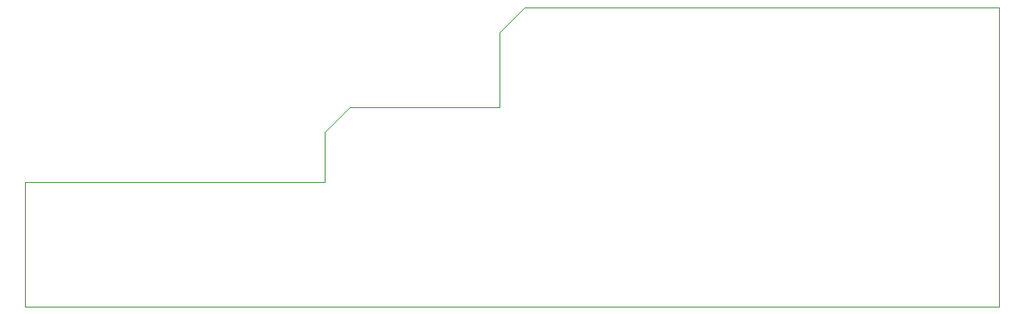
<source format=gm1>
%TF.GenerationSoftware,KiCad,Pcbnew,4.0.2+dfsg1-stable*%
%TF.CreationDate,2019-06-17T11:45:11+02:00*%
%TF.ProjectId,AmigaPCDriveAdapter,416D6967615043447269766541646170,rev?*%
%TF.FileFunction,Profile,NP*%
%FSLAX46Y46*%
G04 Gerber Fmt 4.6, Leading zero omitted, Abs format (unit mm)*
G04 Created by KiCad (PCBNEW 4.0.2+dfsg1-stable) date lun 17 giu 2019 11:45:11 CEST*
%MOMM*%
G01*
G04 APERTURE LIST*
%ADD10C,0.100000*%
G04 APERTURE END LIST*
D10*
X226060000Y-124460000D02*
X226060000Y-93980000D01*
X127000000Y-124460000D02*
X226060000Y-124460000D01*
X127000000Y-111760000D02*
X127000000Y-124460000D01*
X157480000Y-111760000D02*
X127000000Y-111760000D01*
X157480000Y-106680000D02*
X157480000Y-111760000D01*
X160020000Y-104140000D02*
X157480000Y-106680000D01*
X175260000Y-104140000D02*
X160020000Y-104140000D01*
X175260000Y-96520000D02*
X175260000Y-104140000D01*
X177800000Y-93980000D02*
X175260000Y-96520000D01*
X226060000Y-93980000D02*
X177800000Y-93980000D01*
M02*

</source>
